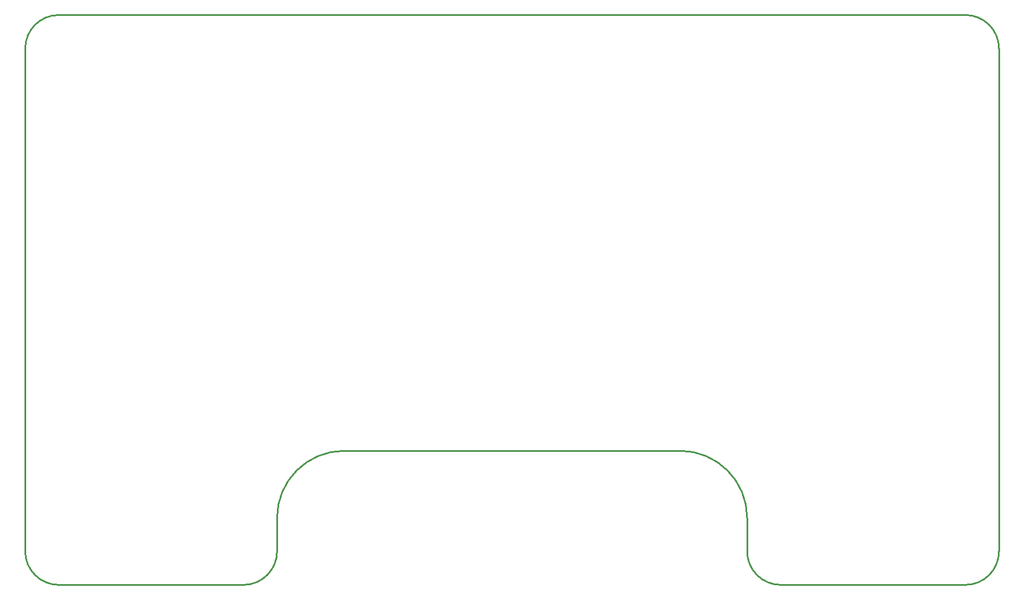
<source format=gbr>
%TF.GenerationSoftware,KiCad,Pcbnew,8.0.5*%
%TF.CreationDate,2024-10-18T05:49:16+03:00*%
%TF.ProjectId,ECUGDI,45435547-4449-42e6-9b69-6361645f7063,rev?*%
%TF.SameCoordinates,Original*%
%TF.FileFunction,Profile,NP*%
%FSLAX46Y46*%
G04 Gerber Fmt 4.6, Leading zero omitted, Abs format (unit mm)*
G04 Created by KiCad (PCBNEW 8.0.5) date 2024-10-18 05:49:16*
%MOMM*%
%LPD*%
G01*
G04 APERTURE LIST*
%TA.AperFunction,Profile*%
%ADD10C,0.250000*%
%TD*%
G04 APERTURE END LIST*
D10*
X114500000Y-108050000D02*
X164500000Y-108050000D01*
X104500000Y-123050000D02*
X104500000Y-118050000D01*
X72000000Y-128050000D02*
X99500000Y-128050000D01*
X207000000Y-43050000D02*
X72000000Y-43050000D01*
X212000000Y-123050000D02*
X212000000Y-48050000D01*
X104500000Y-123050000D02*
G75*
G02*
X99500000Y-128050000I-5000000J0D01*
G01*
X179500000Y-128050000D02*
G75*
G02*
X174500000Y-123050000I0J5000000D01*
G01*
X179500000Y-128050000D02*
X207000000Y-128050000D01*
X212000000Y-123050000D02*
G75*
G02*
X207000000Y-128050000I-5000000J0D01*
G01*
X67000000Y-48050000D02*
X67000000Y-123050000D01*
X67000000Y-48050000D02*
G75*
G02*
X72000000Y-43050000I5000000J0D01*
G01*
X72000000Y-128050000D02*
G75*
G02*
X67000000Y-123050000I0J5000000D01*
G01*
X207000000Y-43050000D02*
G75*
G02*
X212000000Y-48050000I0J-5000000D01*
G01*
X174500000Y-118050000D02*
X174500000Y-123050000D01*
X164500000Y-108050000D02*
G75*
G02*
X174500000Y-118050000I0J-10000000D01*
G01*
X104500000Y-118050000D02*
G75*
G02*
X114500000Y-108050000I10000000J0D01*
G01*
M02*

</source>
